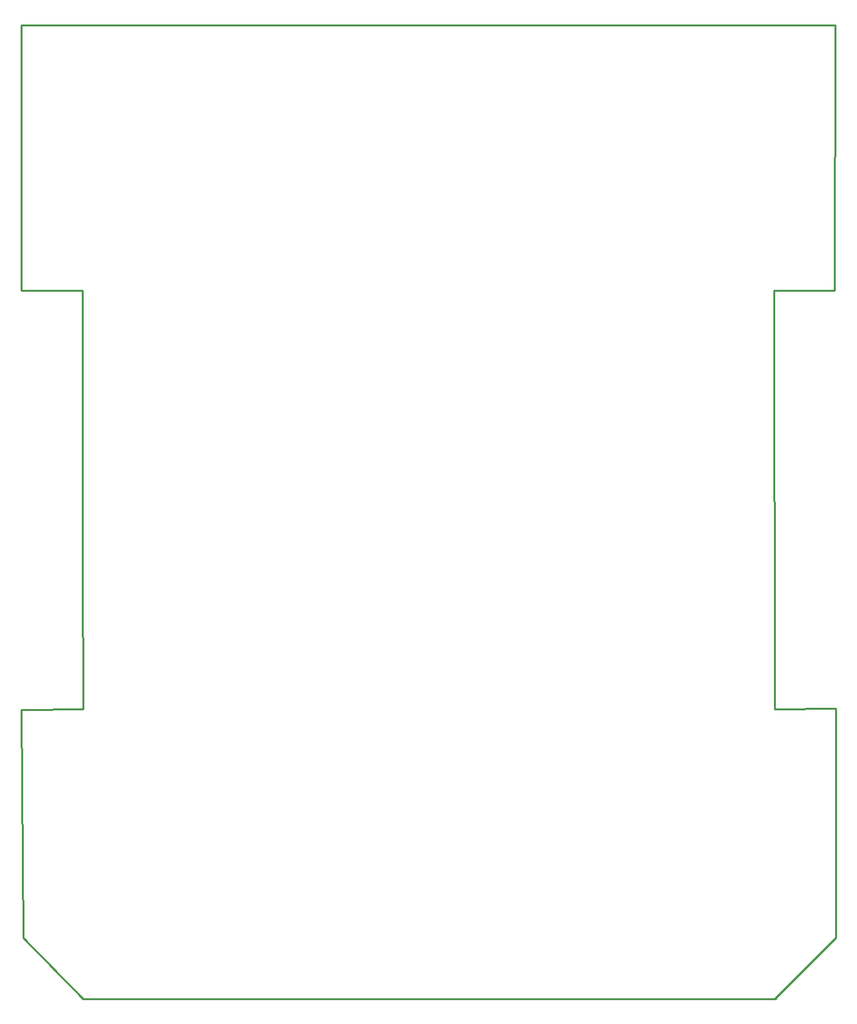
<source format=gko>
G04 Layer: BoardOutlineLayer*
G04 EasyEDA v6.5.22, 2023-03-19 17:05:06*
G04 74af40cc1a4b405187b5f1ce7251bf20,a2f4cb7aa3704937908c5b59a0d1150c,10*
G04 Gerber Generator version 0.2*
G04 Scale: 100 percent, Rotated: No, Reflected: No *
G04 Dimensions in millimeters *
G04 leading zeros omitted , absolute positions ,4 integer and 5 decimal *
%FSLAX45Y45*%
%MOMM*%

%ADD10C,0.2540*%
D10*
X1968500Y1803400D02*
G01*
X1943100Y4800600D01*
X2755900Y4813300D01*
X2743200Y6705600D01*
X2743200Y10312400D01*
X1943100Y10312400D01*
X1943100Y13803373D01*
X12643098Y13803373D01*
X12636500Y10312400D01*
X11836400Y10312400D01*
X11849100Y4813300D01*
X12647673Y4815842D01*
X12649200Y1803400D01*
X11849100Y1003300D01*
X11861800Y1003300D01*
X2753357Y1003300D01*
X1968500Y1803400D01*
X1968500Y1816100D01*

%LPD*%
M02*

</source>
